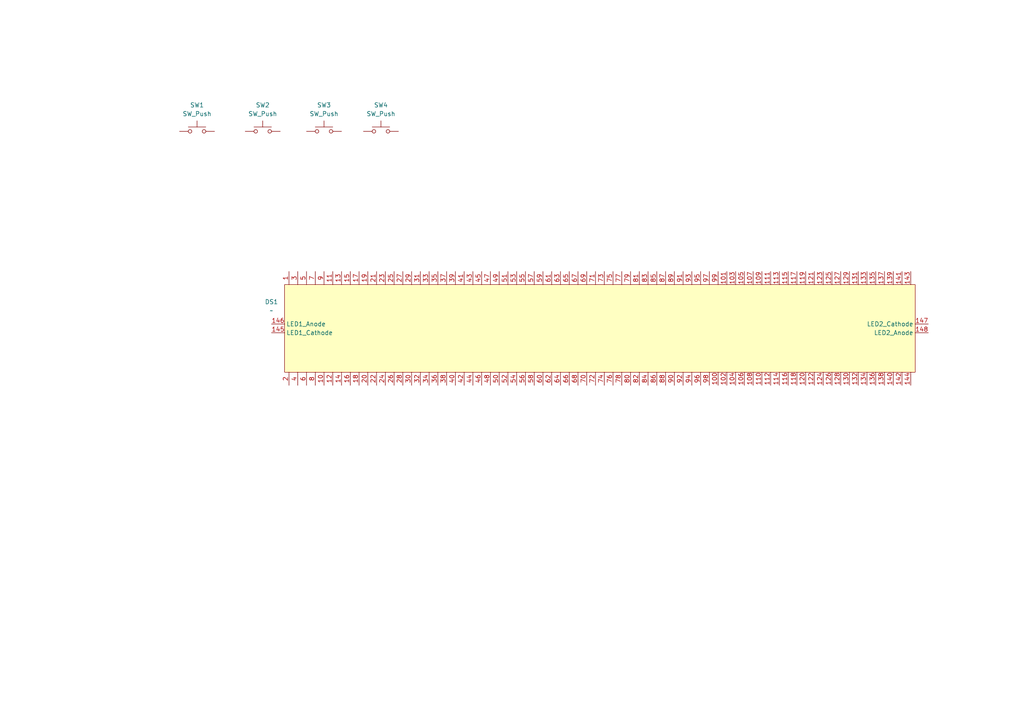
<source format=kicad_sch>
(kicad_sch (version 20250114) (generator "eeschema") (generator_version "9.0")
  (paper "A4")
  (lib_symbols
    (symbol "Switch:SW_Push" (pin_numbers (hide yes)) (pin_names (offset 1.016) (hide yes))
      (property "Reference" "SW" (at 1.27 2.54 0))
      (property "Value" "SW_Push" (at 0 -1.524 0))
      (symbol "SW_Push_0_1"
        (circle (center -2.032 0) (radius 0.508))
        (polyline (pts (xy 0 1.27) (xy 0 3.048)))
        (circle (center 2.032 0) (radius 0.508))
        (polyline (pts (xy 2.54 1.27) (xy -2.54 1.27)))
        (pin passive line (at -5.08 0 0) (length 2.54) (name "1") (number "1"))
        (pin passive line (at 5.08 0 180) (length 2.54) (name "2") (number "2"))
      )
    )
    (symbol "custom-components:CATCHPHRASE=20151105-LCD"
      (property "Reference" "DS" (at 0 0.635 0))
      (symbol "CATCHPHRASE=20151105-LCD_1_1"
        (rectangle (start -91.44 12.7) (end 91.44 -12.7) (fill (type background)))
        (pin output line (at -95.25 1.27 0) (length 3.81) (name "LED1_Anode") (number "146"))
        (pin input line (at -95.25 -1.27 0) (length 3.81) (name "LED1_Cathode") (number "145"))
        (pin bidirectional line (at -90.17 16.51 270) (length 3.81) (name "") (number "1"))
        (pin bidirectional line (at -90.17 -16.51 90) (length 3.81) (name "") (number "2"))
        (pin bidirectional line (at -87.63 16.51 270) (length 3.81) (name "") (number "3"))
        (pin bidirectional line (at -87.63 -16.51 90) (length 3.81) (name "") (number "4"))
        (pin bidirectional line (at -85.09 16.51 270) (length 3.81) (name "") (number "5"))
        (pin bidirectional line (at -85.09 -16.51 90) (length 3.81) (name "") (number "6"))
        (pin bidirectional line (at -82.55 16.51 270) (length 3.81) (name "") (number "7"))
        (pin bidirectional line (at -82.55 -16.51 90) (length 3.81) (name "") (number "8"))
        (pin bidirectional line (at -80.01 16.51 270) (length 3.81) (name "") (number "9"))
        (pin bidirectional line (at -80.01 -16.51 90) (length 3.81) (name "") (number "10"))
        (pin bidirectional line (at -77.47 16.51 270) (length 3.81) (name "") (number "11"))
        (pin bidirectional line (at -77.47 -16.51 90) (length 3.81) (name "") (number "12"))
        (pin bidirectional line (at -74.93 16.51 270) (length 3.81) (name "") (number "13"))
        (pin bidirectional line (at -74.93 -16.51 90) (length 3.81) (name "") (number "14"))
        (pin bidirectional line (at -72.39 16.51 270) (length 3.81) (name "") (number "15"))
        (pin bidirectional line (at -72.39 -16.51 90) (length 3.81) (name "") (number "16"))
        (pin bidirectional line (at -69.85 16.51 270) (length 3.81) (name "") (number "17"))
        (pin bidirectional line (at -69.85 -16.51 90) (length 3.81) (name "") (number "18"))
        (pin bidirectional line (at -67.31 16.51 270) (length 3.81) (name "") (number "19"))
        (pin bidirectional line (at -67.31 -16.51 90) (length 3.81) (name "") (number "20"))
        (pin bidirectional line (at -64.77 16.51 270) (length 3.81) (name "") (number "21"))
        (pin bidirectional line (at -64.77 -16.51 90) (length 3.81) (name "") (number "22"))
        (pin bidirectional line (at -62.23 16.51 270) (length 3.81) (name "") (number "23"))
        (pin bidirectional line (at -62.23 -16.51 90) (length 3.81) (name "") (number "24"))
        (pin bidirectional line (at -59.69 16.51 270) (length 3.81) (name "") (number "25"))
        (pin bidirectional line (at -59.69 -16.51 90) (length 3.81) (name "") (number "26"))
        (pin bidirectional line (at -57.15 16.51 270) (length 3.81) (name "") (number "27"))
        (pin bidirectional line (at -57.15 -16.51 90) (length 3.81) (name "") (number "28"))
        (pin bidirectional line (at -54.61 16.51 270) (length 3.81) (name "") (number "29"))
        (pin bidirectional line (at -54.61 -16.51 90) (length 3.81) (name "") (number "30"))
        (pin bidirectional line (at -52.07 16.51 270) (length 3.81) (name "") (number "31"))
        (pin bidirectional line (at -52.07 -16.51 90) (length 3.81) (name "") (number "32"))
        (pin bidirectional line (at -49.53 16.51 270) (length 3.81) (name "") (number "33"))
        (pin bidirectional line (at -49.53 -16.51 90) (length 3.81) (name "") (number "34"))
        (pin bidirectional line (at -46.99 16.51 270) (length 3.81) (name "") (number "35"))
        (pin bidirectional line (at -46.99 -16.51 90) (length 3.81) (name "") (number "36"))
        (pin bidirectional line (at -44.45 16.51 270) (length 3.81) (name "") (number "37"))
        (pin bidirectional line (at -44.45 -16.51 90) (length 3.81) (name "") (number "38"))
        (pin bidirectional line (at -41.91 16.51 270) (length 3.81) (name "") (number "39"))
        (pin bidirectional line (at -41.91 -16.51 90) (length 3.81) (name "") (number "40"))
        (pin bidirectional line (at -39.37 16.51 270) (length 3.81) (name "") (number "41"))
        (pin bidirectional line (at -39.37 -16.51 90) (length 3.81) (name "") (number "42"))
        (pin bidirectional line (at -36.83 16.51 270) (length 3.81) (name "") (number "43"))
        (pin bidirectional line (at -36.83 -16.51 90) (length 3.81) (name "") (number "44"))
        (pin bidirectional line (at -34.29 16.51 270) (length 3.81) (name "") (number "45"))
        (pin bidirectional line (at -34.29 -16.51 90) (length 3.81) (name "") (number "46"))
        (pin bidirectional line (at -31.75 16.51 270) (length 3.81) (name "") (number "47"))
        (pin bidirectional line (at -31.75 -16.51 90) (length 3.81) (name "") (number "48"))
        (pin bidirectional line (at -29.21 16.51 270) (length 3.81) (name "") (number "49"))
        (pin bidirectional line (at -29.21 -16.51 90) (length 3.81) (name "") (number "50"))
        (pin bidirectional line (at -26.67 16.51 270) (length 3.81) (name "") (number "51"))
        (pin bidirectional line (at -26.67 -16.51 90) (length 3.81) (name "") (number "52"))
        (pin bidirectional line (at -24.13 16.51 270) (length 3.81) (name "") (number "53"))
        (pin bidirectional line (at -24.13 -16.51 90) (length 3.81) (name "") (number "54"))
        (pin bidirectional line (at -21.59 16.51 270) (length 3.81) (name "") (number "55"))
        (pin bidirectional line (at -21.59 -16.51 90) (length 3.81) (name "") (number "56"))
        (pin bidirectional line (at -19.05 16.51 270) (length 3.81) (name "") (number "57"))
        (pin bidirectional line (at -19.05 -16.51 90) (length 3.81) (name "") (number "58"))
        (pin bidirectional line (at -16.51 16.51 270) (length 3.81) (name "") (number "59"))
        (pin bidirectional line (at -16.51 -16.51 90) (length 3.81) (name "") (number "60"))
        (pin bidirectional line (at -13.97 16.51 270) (length 3.81) (name "") (number "61"))
        (pin bidirectional line (at -13.97 -16.51 90) (length 3.81) (name "") (number "62"))
        (pin bidirectional line (at -11.43 16.51 270) (length 3.81) (name "") (number "63"))
        (pin bidirectional line (at -11.43 -16.51 90) (length 3.81) (name "") (number "64"))
        (pin bidirectional line (at -8.89 16.51 270) (length 3.81) (name "") (number "65"))
        (pin bidirectional line (at -8.89 -16.51 90) (length 3.81) (name "") (number "66"))
        (pin bidirectional line (at -6.35 16.51 270) (length 3.81) (name "") (number "67"))
        (pin bidirectional line (at -6.35 -16.51 90) (length 3.81) (name "") (number "68"))
        (pin bidirectional line (at -3.81 16.51 270) (length 3.81) (name "") (number "69"))
        (pin bidirectional line (at -3.81 -16.51 90) (length 3.81) (name "") (number "70"))
        (pin bidirectional line (at -1.27 16.51 270) (length 3.81) (name "") (number "71"))
        (pin bidirectional line (at -1.27 -16.51 90) (length 3.81) (name "") (number "72"))
        (pin bidirectional line (at 1.27 16.51 270) (length 3.81) (name "") (number "73"))
        (pin bidirectional line (at 1.27 -16.51 90) (length 3.81) (name "") (number "74"))
        (pin bidirectional line (at 3.81 16.51 270) (length 3.81) (name "") (number "75"))
        (pin bidirectional line (at 3.81 -16.51 90) (length 3.81) (name "") (number "76"))
        (pin bidirectional line (at 6.35 16.51 270) (length 3.81) (name "") (number "77"))
        (pin bidirectional line (at 6.35 -16.51 90) (length 3.81) (name "") (number "78"))
        (pin bidirectional line (at 8.89 16.51 270) (length 3.81) (name "") (number "79"))
        (pin bidirectional line (at 8.89 -16.51 90) (length 3.81) (name "") (number "80"))
        (pin bidirectional line (at 11.43 16.51 270) (length 3.81) (name "") (number "81"))
        (pin bidirectional line (at 11.43 -16.51 90) (length 3.81) (name "") (number "82"))
        (pin bidirectional line (at 13.97 16.51 270) (length 3.81) (name "") (number "83"))
        (pin bidirectional line (at 13.97 -16.51 90) (length 3.81) (name "") (number "84"))
        (pin bidirectional line (at 16.51 16.51 270) (length 3.81) (name "") (number "85"))
        (pin bidirectional line (at 16.51 -16.51 90) (length 3.81) (name "") (number "86"))
        (pin bidirectional line (at 19.05 16.51 270) (length 3.81) (name "") (number "87"))
        (pin bidirectional line (at 19.05 -16.51 90) (length 3.81) (name "") (number "88"))
        (pin bidirectional line (at 21.59 16.51 270) (length 3.81) (name "") (number "89"))
        (pin bidirectional line (at 21.59 -16.51 90) (length 3.81) (name "") (number "90"))
        (pin bidirectional line (at 24.13 16.51 270) (length 3.81) (name "") (number "91"))
        (pin bidirectional line (at 24.13 -16.51 90) (length 3.81) (name "") (number "92"))
        (pin bidirectional line (at 26.67 16.51 270) (length 3.81) (name "") (number "93"))
        (pin bidirectional line (at 26.67 -16.51 90) (length 3.81) (name "") (number "94"))
        (pin bidirectional line (at 29.21 16.51 270) (length 3.81) (name "") (number "95"))
        (pin bidirectional line (at 29.21 -16.51 90) (length 3.81) (name "") (number "96"))
        (pin bidirectional line (at 31.75 16.51 270) (length 3.81) (name "") (number "97"))
        (pin bidirectional line (at 31.75 -16.51 90) (length 3.81) (name "") (number "98"))
        (pin bidirectional line (at 34.29 16.51 270) (length 3.81) (name "") (number "99"))
        (pin bidirectional line (at 34.29 -16.51 90) (length 3.81) (name "") (number "100"))
        (pin bidirectional line (at 36.83 16.51 270) (length 3.81) (name "") (number "101"))
        (pin bidirectional line (at 36.83 -16.51 90) (length 3.81) (name "") (number "102"))
        (pin bidirectional line (at 39.37 16.51 270) (length 3.81) (name "") (number "103"))
        (pin bidirectional line (at 39.37 -16.51 90) (length 3.81) (name "") (number "104"))
        (pin bidirectional line (at 41.91 16.51 270) (length 3.81) (name "") (number "105"))
        (pin bidirectional line (at 41.91 -16.51 90) (length 3.81) (name "") (number "106"))
        (pin bidirectional line (at 44.45 16.51 270) (length 3.81) (name "") (number "107"))
        (pin bidirectional line (at 44.45 -16.51 90) (length 3.81) (name "") (number "108"))
        (pin bidirectional line (at 46.99 16.51 270) (length 3.81) (name "") (number "109"))
        (pin bidirectional line (at 46.99 -16.51 90) (length 3.81) (name "") (number "110"))
        (pin bidirectional line (at 49.53 16.51 270) (length 3.81) (name "") (number "111"))
        (pin bidirectional line (at 49.53 -16.51 90) (length 3.81) (name "") (number "112"))
        (pin bidirectional line (at 52.07 16.51 270) (length 3.81) (name "") (number "113"))
        (pin bidirectional line (at 52.07 -16.51 90) (length 3.81) (name "") (number "114"))
        (pin bidirectional line (at 54.61 16.51 270) (length 3.81) (name "") (number "115"))
        (pin bidirectional line (at 54.61 -16.51 90) (length 3.81) (name "") (number "116"))
        (pin bidirectional line (at 57.15 16.51 270) (length 3.81) (name "") (number "117"))
        (pin bidirectional line (at 57.15 -16.51 90) (length 3.81) (name "") (number "118"))
        (pin bidirectional line (at 59.69 16.51 270) (length 3.81) (name "") (number "119"))
        (pin bidirectional line (at 59.69 -16.51 90) (length 3.81) (name "") (number "120"))
        (pin bidirectional line (at 62.23 16.51 270) (length 3.81) (name "") (number "121"))
        (pin bidirectional line (at 62.23 -16.51 90) (length 3.81) (name "") (number "122"))
        (pin bidirectional line (at 64.77 16.51 270) (length 3.81) (name "") (number "123"))
        (pin bidirectional line (at 64.77 -16.51 90) (length 3.81) (name "") (number "124"))
        (pin bidirectional line (at 67.31 16.51 270) (length 3.81) (name "") (number "125"))
        (pin bidirectional line (at 67.31 -16.51 90) (length 3.81) (name "") (number "126"))
        (pin bidirectional line (at 69.85 16.51 270) (length 3.81) (name "") (number "127"))
        (pin bidirectional line (at 69.85 -16.51 90) (length 3.81) (name "") (number "128"))
        (pin bidirectional line (at 72.39 16.51 270) (length 3.81) (name "") (number "129"))
        (pin bidirectional line (at 72.39 -16.51 90) (length 3.81) (name "") (number "130"))
        (pin bidirectional line (at 74.93 16.51 270) (length 3.81) (name "") (number "131"))
        (pin bidirectional line (at 74.93 -16.51 90) (length 3.81) (name "") (number "132"))
        (pin bidirectional line (at 77.47 16.51 270) (length 3.81) (name "") (number "133"))
        (pin bidirectional line (at 77.47 -16.51 90) (length 3.81) (name "") (number "134"))
        (pin bidirectional line (at 80.01 16.51 270) (length 3.81) (name "") (number "135"))
        (pin bidirectional line (at 80.01 -16.51 90) (length 3.81) (name "") (number "136"))
        (pin bidirectional line (at 82.55 16.51 270) (length 3.81) (name "") (number "137"))
        (pin bidirectional line (at 82.55 -16.51 90) (length 3.81) (name "") (number "138"))
        (pin bidirectional line (at 85.09 16.51 270) (length 3.81) (name "") (number "139"))
        (pin bidirectional line (at 85.09 -16.51 90) (length 3.81) (name "") (number "140"))
        (pin bidirectional line (at 87.63 16.51 270) (length 3.81) (name "") (number "141"))
        (pin bidirectional line (at 87.63 -16.51 90) (length 3.81) (name "") (number "142"))
        (pin bidirectional line (at 90.17 16.51 270) (length 3.81) (name "") (number "143"))
        (pin bidirectional line (at 90.17 -16.51 90) (length 3.81) (name "") (number "144"))
        (pin input line (at 95.25 1.27 180) (length 3.81) (name "LED2_Cathode") (number "147"))
        (pin output line (at 95.25 -1.27 180) (length 3.81) (name "LED2_Anode") (number "148"))
      )
    )
  )
  (symbol (lib_id "Switch:SW_Push") (at 93.98 38.1 0) (unit 1)
    (property "Reference" "SW3" (at 93.98 30.48 0))
    (property "Value" "SW_Push" (at 93.98 33.02 0))
    (property "Footprint" "custom-components:Switch_Pad_5x5mm_CaptiveMembrane_2x2mm_9mm" (effects (hide yes)))
    (property "Description" "Push button switch, generic, two pins" (effects (hide yes)))
  )
  (symbol (lib_id "custom-components:CATCHPHRASE=20151105-LCD") (at 173.99 95.25 0) (unit 1)
    (property "Reference" "DS1" (at 78.74 87.5598 0))
    (property "Value" "~" (at 78.74 90.0998 0))
    (property "Footprint" "custom-components:CATCHPHRASE-20151105-LCD" (effects (hide yes)))
  )
  (symbol (lib_id "Switch:SW_Push") (at 57.15 38.1 0) (unit 1)
    (property "Reference" "SW1" (at 57.15 30.48 0))
    (property "Value" "SW_Push" (at 57.15 33.02 0))
    (property "Footprint" "custom-components:Switch_Pad_5x5mm_CaptiveMembrane_2x2mm_9mm" (effects (hide yes)))
    (property "Description" "Push button switch, generic, two pins" (effects (hide yes)))
  )
  (symbol (lib_id "Switch:SW_Push") (at 76.2 38.1 0) (unit 1)
    (property "Reference" "SW2" (at 76.2 30.48 0))
    (property "Value" "SW_Push" (at 76.2 33.02 0))
    (property "Footprint" "custom-components:Switch_Pad_5x5mm_CaptiveMembrane_2x2mm_9mm" (effects (hide yes)))
    (property "Description" "Push button switch, generic, two pins" (effects (hide yes)))
  )
  (symbol (lib_id "Switch:SW_Push") (at 110.49 38.1 0) (unit 1)
    (property "Reference" "SW4" (at 110.49 30.48 0))
    (property "Value" "SW_Push" (at 110.49 33.02 0))
    (property "Footprint" "custom-components:Switch_Pad_5x5mm_CaptiveMembrane_2x2mm_9mm" (effects (hide yes)))
    (property "Description" "Push button switch, generic, two pins" (effects (hide yes)))
  )
)
</source>
